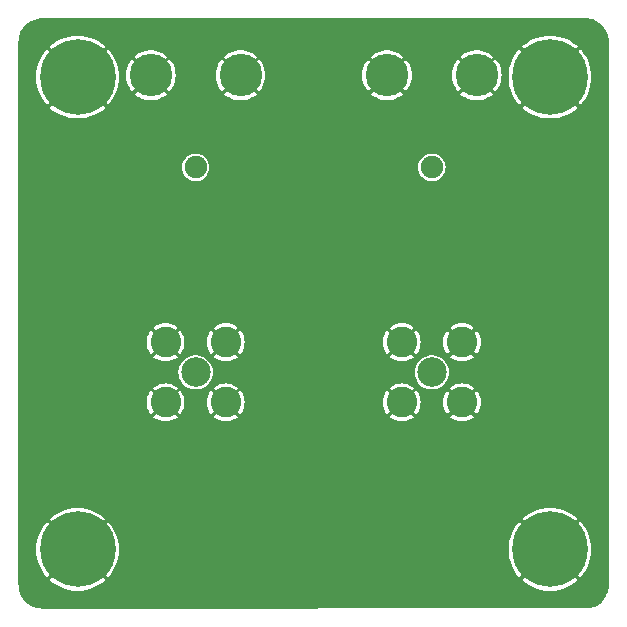
<source format=gbl>
%TF.GenerationSoftware,KiCad,Pcbnew,7.0.10-7.0.10~ubuntu22.04.1*%
%TF.CreationDate,2024-01-03T18:20:11-08:00*%
%TF.ProjectId,YamhillBNCAntennaBoard,59616d68-696c-46c4-924e-43416e74656e,A*%
%TF.SameCoordinates,Original*%
%TF.FileFunction,Copper,L2,Bot*%
%TF.FilePolarity,Positive*%
%FSLAX46Y46*%
G04 Gerber Fmt 4.6, Leading zero omitted, Abs format (unit mm)*
G04 Created by KiCad (PCBNEW 7.0.10-7.0.10~ubuntu22.04.1) date 2024-01-03 18:20:11*
%MOMM*%
%LPD*%
G01*
G04 APERTURE LIST*
%TA.AperFunction,ComponentPad*%
%ADD10C,0.800000*%
%TD*%
%TA.AperFunction,ComponentPad*%
%ADD11C,6.400000*%
%TD*%
%TA.AperFunction,ComponentPad*%
%ADD12C,2.500000*%
%TD*%
%TA.AperFunction,ComponentPad*%
%ADD13C,2.600000*%
%TD*%
%TA.AperFunction,ComponentPad*%
%ADD14C,1.900000*%
%TD*%
%TA.AperFunction,ComponentPad*%
%ADD15C,3.600000*%
%TD*%
%TA.AperFunction,ViaPad*%
%ADD16C,0.600000*%
%TD*%
G04 APERTURE END LIST*
D10*
%TO.P,H1,1,1*%
%TO.N,GND*%
X102600000Y-55000000D03*
X103302944Y-53302944D03*
X103302944Y-56697056D03*
X105000000Y-52600000D03*
D11*
X105000000Y-55000000D03*
D10*
X105000000Y-57400000D03*
X106697056Y-53302944D03*
X106697056Y-56697056D03*
X107400000Y-55000000D03*
%TD*%
D12*
%TO.P,J1,1,In*%
%TO.N,Net-(J1-In)*%
X115000000Y-80000000D03*
D13*
%TO.P,J1,2,Ext*%
%TO.N,GND*%
X112450000Y-77450000D03*
X112450000Y-82550000D03*
X117550000Y-77450000D03*
X117550000Y-82550000D03*
%TD*%
D10*
%TO.P,H4,1,1*%
%TO.N,GND*%
X142600000Y-55000000D03*
X143302944Y-53302944D03*
X143302944Y-56697056D03*
X145000000Y-52600000D03*
D11*
X145000000Y-55000000D03*
D10*
X145000000Y-57400000D03*
X146697056Y-53302944D03*
X146697056Y-56697056D03*
X147400000Y-55000000D03*
%TD*%
%TO.P,H3,1,1*%
%TO.N,GND*%
X142600000Y-95000000D03*
X143302944Y-93302944D03*
X143302944Y-96697056D03*
X145000000Y-92600000D03*
D11*
X145000000Y-95000000D03*
D10*
X145000000Y-97400000D03*
X146697056Y-93302944D03*
X146697056Y-96697056D03*
X147400000Y-95000000D03*
%TD*%
%TO.P,H2,1,1*%
%TO.N,GND*%
X102600000Y-95000000D03*
X103302944Y-93302944D03*
X103302944Y-96697056D03*
X105000000Y-92600000D03*
D11*
X105000000Y-95000000D03*
D10*
X105000000Y-97400000D03*
X106697056Y-93302944D03*
X106697056Y-96697056D03*
X107400000Y-95000000D03*
%TD*%
D14*
%TO.P,J3,1,In*%
%TO.N,Net-(J1-In)*%
X115000000Y-62650000D03*
D15*
%TO.P,J3,2,Ext*%
%TO.N,GND*%
X118800000Y-54850000D03*
X111200000Y-54850000D03*
%TD*%
D14*
%TO.P,J4,1,In*%
%TO.N,Net-(J2-In)*%
X135000000Y-62650000D03*
D15*
%TO.P,J4,2,Ext*%
%TO.N,GND*%
X138800000Y-54850000D03*
X131200000Y-54850000D03*
%TD*%
D12*
%TO.P,J2,1,In*%
%TO.N,Net-(J2-In)*%
X135000000Y-80000000D03*
D13*
%TO.P,J2,2,Ext*%
%TO.N,GND*%
X132450000Y-77450000D03*
X132450000Y-82550000D03*
X137550000Y-77450000D03*
X137550000Y-82550000D03*
%TD*%
D16*
%TO.N,GND*%
X122000000Y-99000000D03*
X142000000Y-99000000D03*
X149000000Y-87000000D03*
X147000000Y-51000000D03*
X101000000Y-87000000D03*
X149000000Y-77000000D03*
X101000000Y-72000000D03*
X122000000Y-51000000D03*
X112000000Y-99000000D03*
X142000000Y-51000000D03*
X127000000Y-51000000D03*
X149000000Y-67000000D03*
X149000000Y-97000000D03*
X149000000Y-52000000D03*
X149000000Y-82000000D03*
X101000000Y-57000000D03*
X101000000Y-52000000D03*
X107000000Y-99000000D03*
X132000000Y-51000000D03*
X117000000Y-51000000D03*
X127000000Y-99000000D03*
X102000000Y-51000000D03*
X149000000Y-72000000D03*
X137000000Y-99000000D03*
X101000000Y-62000000D03*
X101000000Y-67000000D03*
X112000000Y-51000000D03*
X107000000Y-51000000D03*
X149000000Y-62000000D03*
X149000000Y-57000000D03*
X137000000Y-51000000D03*
X101000000Y-82000000D03*
X149000000Y-92000000D03*
X132000000Y-99000000D03*
X101000000Y-97000000D03*
X102000000Y-99000000D03*
X147000000Y-99000000D03*
X101000000Y-92000000D03*
X101000000Y-77000000D03*
X117000000Y-99000000D03*
%TD*%
%TA.AperFunction,Conductor*%
%TO.N,GND*%
G36*
X106661385Y-96449253D02*
G01*
X106599511Y-96461561D01*
X106516816Y-96516816D01*
X106461561Y-96599511D01*
X106449253Y-96661385D01*
X106020456Y-96232588D01*
X106134870Y-96134870D01*
X106232588Y-96020456D01*
X106661385Y-96449253D01*
G37*
%TD.AperFunction*%
%TA.AperFunction,Conductor*%
G36*
X103865130Y-96134870D02*
G01*
X103979543Y-96232587D01*
X103550746Y-96661384D01*
X103538439Y-96599511D01*
X103483184Y-96516816D01*
X103400489Y-96461561D01*
X103338613Y-96449253D01*
X103767411Y-96020455D01*
X103865130Y-96134870D01*
G37*
%TD.AperFunction*%
%TA.AperFunction,Conductor*%
G36*
X103979544Y-93767411D02*
G01*
X103865130Y-93865130D01*
X103767411Y-93979544D01*
X103338613Y-93550746D01*
X103400489Y-93538439D01*
X103483184Y-93483184D01*
X103538439Y-93400489D01*
X103550746Y-93338613D01*
X103979544Y-93767411D01*
G37*
%TD.AperFunction*%
%TA.AperFunction,Conductor*%
G36*
X106461561Y-93400489D02*
G01*
X106516816Y-93483184D01*
X106599511Y-93538439D01*
X106661384Y-93550746D01*
X106232587Y-93979543D01*
X106134870Y-93865130D01*
X106020455Y-93767411D01*
X106449253Y-93338613D01*
X106461561Y-93400489D01*
G37*
%TD.AperFunction*%
%TA.AperFunction,Conductor*%
G36*
X146661385Y-96449253D02*
G01*
X146599511Y-96461561D01*
X146516816Y-96516816D01*
X146461561Y-96599511D01*
X146449253Y-96661385D01*
X146020456Y-96232588D01*
X146134870Y-96134870D01*
X146232588Y-96020456D01*
X146661385Y-96449253D01*
G37*
%TD.AperFunction*%
%TA.AperFunction,Conductor*%
G36*
X143865130Y-96134870D02*
G01*
X143979543Y-96232587D01*
X143550746Y-96661384D01*
X143538439Y-96599511D01*
X143483184Y-96516816D01*
X143400489Y-96461561D01*
X143338613Y-96449253D01*
X143767411Y-96020455D01*
X143865130Y-96134870D01*
G37*
%TD.AperFunction*%
%TA.AperFunction,Conductor*%
G36*
X143979544Y-93767411D02*
G01*
X143865130Y-93865130D01*
X143767411Y-93979544D01*
X143338613Y-93550746D01*
X143400489Y-93538439D01*
X143483184Y-93483184D01*
X143538439Y-93400489D01*
X143550746Y-93338613D01*
X143979544Y-93767411D01*
G37*
%TD.AperFunction*%
%TA.AperFunction,Conductor*%
G36*
X146461561Y-93400489D02*
G01*
X146516816Y-93483184D01*
X146599511Y-93538439D01*
X146661384Y-93550746D01*
X146232587Y-93979543D01*
X146134870Y-93865130D01*
X146020455Y-93767411D01*
X146449253Y-93338613D01*
X146461561Y-93400489D01*
G37*
%TD.AperFunction*%
%TA.AperFunction,Conductor*%
G36*
X106661385Y-56449253D02*
G01*
X106599511Y-56461561D01*
X106516816Y-56516816D01*
X106461561Y-56599511D01*
X106449253Y-56661385D01*
X106020456Y-56232588D01*
X106134870Y-56134870D01*
X106232588Y-56020456D01*
X106661385Y-56449253D01*
G37*
%TD.AperFunction*%
%TA.AperFunction,Conductor*%
G36*
X103865130Y-56134870D02*
G01*
X103979543Y-56232587D01*
X103550746Y-56661384D01*
X103538439Y-56599511D01*
X103483184Y-56516816D01*
X103400489Y-56461561D01*
X103338613Y-56449253D01*
X103767411Y-56020455D01*
X103865130Y-56134870D01*
G37*
%TD.AperFunction*%
%TA.AperFunction,Conductor*%
G36*
X103979544Y-53767411D02*
G01*
X103865130Y-53865130D01*
X103767411Y-53979544D01*
X103338613Y-53550746D01*
X103400489Y-53538439D01*
X103483184Y-53483184D01*
X103538439Y-53400489D01*
X103550746Y-53338613D01*
X103979544Y-53767411D01*
G37*
%TD.AperFunction*%
%TA.AperFunction,Conductor*%
G36*
X106461561Y-53400489D02*
G01*
X106516816Y-53483184D01*
X106599511Y-53538439D01*
X106661384Y-53550746D01*
X106232587Y-53979543D01*
X106134870Y-53865130D01*
X106020455Y-53767411D01*
X106449253Y-53338613D01*
X106461561Y-53400489D01*
G37*
%TD.AperFunction*%
%TA.AperFunction,Conductor*%
G36*
X146661385Y-56449253D02*
G01*
X146599511Y-56461561D01*
X146516816Y-56516816D01*
X146461561Y-56599511D01*
X146449253Y-56661385D01*
X146020456Y-56232588D01*
X146134870Y-56134870D01*
X146232588Y-56020456D01*
X146661385Y-56449253D01*
G37*
%TD.AperFunction*%
%TA.AperFunction,Conductor*%
G36*
X143865130Y-56134870D02*
G01*
X143979543Y-56232587D01*
X143550746Y-56661384D01*
X143538439Y-56599511D01*
X143483184Y-56516816D01*
X143400489Y-56461561D01*
X143338613Y-56449253D01*
X143767411Y-56020455D01*
X143865130Y-56134870D01*
G37*
%TD.AperFunction*%
%TA.AperFunction,Conductor*%
G36*
X143979544Y-53767411D02*
G01*
X143865130Y-53865130D01*
X143767411Y-53979544D01*
X143338613Y-53550746D01*
X143400489Y-53538439D01*
X143483184Y-53483184D01*
X143538439Y-53400489D01*
X143550746Y-53338613D01*
X143979544Y-53767411D01*
G37*
%TD.AperFunction*%
%TA.AperFunction,Conductor*%
G36*
X146461561Y-53400489D02*
G01*
X146516816Y-53483184D01*
X146599511Y-53538439D01*
X146661384Y-53550746D01*
X146232587Y-53979543D01*
X146134870Y-53865130D01*
X146020455Y-53767411D01*
X146449253Y-53338613D01*
X146461561Y-53400489D01*
G37*
%TD.AperFunction*%
%TA.AperFunction,Conductor*%
G36*
X124666055Y-50000948D02*
G01*
X124887981Y-50001067D01*
X124888183Y-50001067D01*
X124888222Y-50001081D01*
X124888223Y-50001068D01*
X136272024Y-50013226D01*
X148177832Y-50025943D01*
X148185686Y-50026370D01*
X148430663Y-50052841D01*
X148443547Y-50055409D01*
X148681984Y-50125420D01*
X148686985Y-50127085D01*
X148694671Y-50129952D01*
X148699540Y-50131968D01*
X148951239Y-50246914D01*
X148960503Y-50251973D01*
X149191047Y-50400134D01*
X149199500Y-50406462D01*
X149406610Y-50585924D01*
X149414075Y-50593389D01*
X149593537Y-50800499D01*
X149599865Y-50808952D01*
X149748026Y-51039496D01*
X149753086Y-51048762D01*
X149868031Y-51300457D01*
X149870052Y-51305337D01*
X149874513Y-51317297D01*
X149876181Y-51322310D01*
X149943606Y-51551939D01*
X149946180Y-51564880D01*
X149971523Y-51800717D01*
X149971947Y-51808632D01*
X149966958Y-98226211D01*
X149966534Y-98234117D01*
X149943675Y-98446643D01*
X149941102Y-98459577D01*
X149880306Y-98666630D01*
X149878637Y-98671643D01*
X149870048Y-98694670D01*
X149868027Y-98699550D01*
X149753086Y-98951237D01*
X149748026Y-98960503D01*
X149599865Y-99191047D01*
X149593537Y-99199500D01*
X149414075Y-99406610D01*
X149406610Y-99414075D01*
X149199500Y-99593537D01*
X149191047Y-99599865D01*
X148960503Y-99748026D01*
X148951237Y-99753086D01*
X148699542Y-99868031D01*
X148694661Y-99870052D01*
X148673641Y-99877892D01*
X148668648Y-99879554D01*
X148457480Y-99941558D01*
X148444571Y-99944128D01*
X148227805Y-99967505D01*
X148219920Y-99967932D01*
X102116357Y-99998592D01*
X102113691Y-99998546D01*
X101852439Y-99989302D01*
X101844525Y-99988595D01*
X101587590Y-99951653D01*
X101582391Y-99950715D01*
X101580668Y-99950340D01*
X101578542Y-99949877D01*
X101573430Y-99948572D01*
X101307930Y-99870614D01*
X101298038Y-99866925D01*
X101048763Y-99753086D01*
X101039496Y-99748026D01*
X100808952Y-99599865D01*
X100800499Y-99593537D01*
X100593389Y-99414075D01*
X100585924Y-99406610D01*
X100406462Y-99199500D01*
X100400134Y-99191047D01*
X100251973Y-98960503D01*
X100246913Y-98951236D01*
X100133074Y-98701961D01*
X100129385Y-98692069D01*
X100052175Y-98429116D01*
X100049930Y-98418799D01*
X100037632Y-98333264D01*
X100010742Y-98146234D01*
X100010037Y-98138350D01*
X100000547Y-97872635D01*
X100000500Y-97869994D01*
X100000500Y-95000000D01*
X101495197Y-95000000D01*
X101514397Y-95366355D01*
X101514397Y-95366356D01*
X101571783Y-95728683D01*
X101666735Y-96083046D01*
X101798201Y-96425527D01*
X101798205Y-96425538D01*
X101964746Y-96752393D01*
X102164556Y-97060073D01*
X102395426Y-97345173D01*
X102419060Y-97368807D01*
X103055141Y-96732725D01*
X103067449Y-96794601D01*
X103122704Y-96877296D01*
X103205399Y-96932551D01*
X103267272Y-96944858D01*
X102631192Y-97580939D01*
X102654826Y-97604573D01*
X102939926Y-97835443D01*
X103247606Y-98035253D01*
X103574461Y-98201794D01*
X103574472Y-98201798D01*
X103916953Y-98333264D01*
X104271316Y-98428216D01*
X104633643Y-98485602D01*
X105000000Y-98504802D01*
X105366355Y-98485602D01*
X105366356Y-98485602D01*
X105728683Y-98428216D01*
X106083046Y-98333264D01*
X106425527Y-98201798D01*
X106425538Y-98201794D01*
X106752393Y-98035253D01*
X107060073Y-97835443D01*
X107345173Y-97604573D01*
X107368806Y-97580938D01*
X106732726Y-96944858D01*
X106794601Y-96932551D01*
X106877296Y-96877296D01*
X106932551Y-96794601D01*
X106944858Y-96732726D01*
X107580938Y-97368806D01*
X107604573Y-97345173D01*
X107835443Y-97060073D01*
X108035253Y-96752393D01*
X108201794Y-96425538D01*
X108201798Y-96425527D01*
X108333264Y-96083046D01*
X108428216Y-95728683D01*
X108485602Y-95366356D01*
X108485602Y-95366355D01*
X108504802Y-95000000D01*
X141495197Y-95000000D01*
X141514397Y-95366355D01*
X141514397Y-95366356D01*
X141571783Y-95728683D01*
X141666735Y-96083046D01*
X141798201Y-96425527D01*
X141798205Y-96425538D01*
X141964746Y-96752393D01*
X142164556Y-97060073D01*
X142395426Y-97345173D01*
X142419060Y-97368807D01*
X143055141Y-96732725D01*
X143067449Y-96794601D01*
X143122704Y-96877296D01*
X143205399Y-96932551D01*
X143267272Y-96944858D01*
X142631192Y-97580939D01*
X142654826Y-97604573D01*
X142939926Y-97835443D01*
X143247606Y-98035253D01*
X143574461Y-98201794D01*
X143574472Y-98201798D01*
X143916953Y-98333264D01*
X144271316Y-98428216D01*
X144633643Y-98485602D01*
X145000000Y-98504802D01*
X145366355Y-98485602D01*
X145366356Y-98485602D01*
X145728683Y-98428216D01*
X146083046Y-98333264D01*
X146425527Y-98201798D01*
X146425538Y-98201794D01*
X146752393Y-98035253D01*
X147060073Y-97835443D01*
X147345173Y-97604573D01*
X147368806Y-97580938D01*
X146732726Y-96944858D01*
X146794601Y-96932551D01*
X146877296Y-96877296D01*
X146932551Y-96794601D01*
X146944858Y-96732726D01*
X147580938Y-97368806D01*
X147604573Y-97345173D01*
X147835443Y-97060073D01*
X148035253Y-96752393D01*
X148201794Y-96425538D01*
X148201798Y-96425527D01*
X148333264Y-96083046D01*
X148428216Y-95728683D01*
X148485602Y-95366356D01*
X148485602Y-95366355D01*
X148504802Y-95000000D01*
X148485602Y-94633644D01*
X148485602Y-94633643D01*
X148428216Y-94271316D01*
X148333264Y-93916953D01*
X148201794Y-93574461D01*
X148201791Y-93574456D01*
X148035253Y-93247607D01*
X147835443Y-92939926D01*
X147604573Y-92654826D01*
X147580939Y-92631192D01*
X146944858Y-93267272D01*
X146932551Y-93205399D01*
X146877296Y-93122704D01*
X146794601Y-93067449D01*
X146732725Y-93055141D01*
X147368807Y-92419060D01*
X147345173Y-92395426D01*
X147060073Y-92164556D01*
X146752393Y-91964746D01*
X146425538Y-91798205D01*
X146425527Y-91798201D01*
X146083046Y-91666735D01*
X145728683Y-91571783D01*
X145366356Y-91514397D01*
X145000000Y-91495197D01*
X144633644Y-91514397D01*
X144633643Y-91514397D01*
X144271316Y-91571783D01*
X143916953Y-91666735D01*
X143574461Y-91798205D01*
X143574456Y-91798208D01*
X143247607Y-91964746D01*
X142939926Y-92164556D01*
X142654827Y-92395425D01*
X142631192Y-92419059D01*
X143267274Y-93055141D01*
X143205399Y-93067449D01*
X143122704Y-93122704D01*
X143067449Y-93205399D01*
X143055141Y-93267274D01*
X142419059Y-92631192D01*
X142395425Y-92654827D01*
X142164556Y-92939926D01*
X141964746Y-93247607D01*
X141798208Y-93574456D01*
X141798205Y-93574461D01*
X141666735Y-93916953D01*
X141571783Y-94271316D01*
X141514397Y-94633643D01*
X141514397Y-94633644D01*
X141495197Y-95000000D01*
X108504802Y-95000000D01*
X108485602Y-94633644D01*
X108485602Y-94633643D01*
X108428216Y-94271316D01*
X108333264Y-93916953D01*
X108201794Y-93574461D01*
X108201791Y-93574456D01*
X108035253Y-93247607D01*
X107835443Y-92939926D01*
X107604573Y-92654826D01*
X107580939Y-92631192D01*
X106944858Y-93267272D01*
X106932551Y-93205399D01*
X106877296Y-93122704D01*
X106794601Y-93067449D01*
X106732725Y-93055141D01*
X107368807Y-92419060D01*
X107345173Y-92395426D01*
X107060073Y-92164556D01*
X106752393Y-91964746D01*
X106425538Y-91798205D01*
X106425527Y-91798201D01*
X106083046Y-91666735D01*
X105728683Y-91571783D01*
X105366356Y-91514397D01*
X105000000Y-91495197D01*
X104633644Y-91514397D01*
X104633643Y-91514397D01*
X104271316Y-91571783D01*
X103916953Y-91666735D01*
X103574461Y-91798205D01*
X103574456Y-91798208D01*
X103247607Y-91964746D01*
X102939926Y-92164556D01*
X102654827Y-92395425D01*
X102631192Y-92419059D01*
X103267274Y-93055141D01*
X103205399Y-93067449D01*
X103122704Y-93122704D01*
X103067449Y-93205399D01*
X103055141Y-93267274D01*
X102419059Y-92631192D01*
X102395425Y-92654827D01*
X102164556Y-92939926D01*
X101964746Y-93247607D01*
X101798208Y-93574456D01*
X101798205Y-93574461D01*
X101666735Y-93916953D01*
X101571783Y-94271316D01*
X101514397Y-94633643D01*
X101514397Y-94633644D01*
X101495197Y-95000000D01*
X100000500Y-95000000D01*
X100000500Y-82550000D01*
X110845052Y-82550000D01*
X110864811Y-82801069D01*
X110923602Y-83045952D01*
X111019982Y-83278633D01*
X111019986Y-83278640D01*
X111151569Y-83493364D01*
X111151572Y-83493369D01*
X111217410Y-83570455D01*
X111217411Y-83570455D01*
X111787908Y-82999957D01*
X111820577Y-83051948D01*
X111948052Y-83179423D01*
X112000041Y-83212090D01*
X111429543Y-83782588D01*
X111506636Y-83848430D01*
X111506637Y-83848431D01*
X111721359Y-83980013D01*
X111721366Y-83980017D01*
X111954047Y-84076397D01*
X112198930Y-84135188D01*
X112198929Y-84135188D01*
X112450000Y-84154947D01*
X112701069Y-84135188D01*
X112945952Y-84076397D01*
X113178633Y-83980017D01*
X113178640Y-83980013D01*
X113393362Y-83848431D01*
X113393363Y-83848430D01*
X113470455Y-83782588D01*
X113470455Y-83782587D01*
X112899958Y-83212090D01*
X112951948Y-83179423D01*
X113079423Y-83051948D01*
X113112090Y-82999958D01*
X113682587Y-83570455D01*
X113682588Y-83570455D01*
X113748430Y-83493363D01*
X113748431Y-83493362D01*
X113880013Y-83278640D01*
X113880017Y-83278633D01*
X113976397Y-83045952D01*
X114035188Y-82801069D01*
X114054947Y-82550000D01*
X115945052Y-82550000D01*
X115964811Y-82801069D01*
X116023602Y-83045952D01*
X116119982Y-83278633D01*
X116119986Y-83278640D01*
X116251569Y-83493364D01*
X116251572Y-83493369D01*
X116317410Y-83570455D01*
X116317411Y-83570455D01*
X116887908Y-82999957D01*
X116920577Y-83051948D01*
X117048052Y-83179423D01*
X117100041Y-83212090D01*
X116529543Y-83782588D01*
X116606636Y-83848430D01*
X116606637Y-83848431D01*
X116821359Y-83980013D01*
X116821366Y-83980017D01*
X117054047Y-84076397D01*
X117298930Y-84135188D01*
X117298929Y-84135188D01*
X117550000Y-84154947D01*
X117801069Y-84135188D01*
X118045952Y-84076397D01*
X118278633Y-83980017D01*
X118278640Y-83980013D01*
X118493362Y-83848431D01*
X118493363Y-83848430D01*
X118570455Y-83782588D01*
X118570455Y-83782587D01*
X117999958Y-83212090D01*
X118051948Y-83179423D01*
X118179423Y-83051948D01*
X118212090Y-82999958D01*
X118782587Y-83570455D01*
X118782588Y-83570455D01*
X118848430Y-83493363D01*
X118848431Y-83493362D01*
X118980013Y-83278640D01*
X118980017Y-83278633D01*
X119076397Y-83045952D01*
X119135188Y-82801069D01*
X119154947Y-82550000D01*
X130845052Y-82550000D01*
X130864811Y-82801069D01*
X130923602Y-83045952D01*
X131019982Y-83278633D01*
X131019986Y-83278640D01*
X131151569Y-83493364D01*
X131151572Y-83493369D01*
X131217410Y-83570455D01*
X131217411Y-83570455D01*
X131787908Y-82999957D01*
X131820577Y-83051948D01*
X131948052Y-83179423D01*
X132000041Y-83212089D01*
X131429542Y-83782588D01*
X131506636Y-83848430D01*
X131506637Y-83848431D01*
X131721359Y-83980013D01*
X131721366Y-83980017D01*
X131954047Y-84076397D01*
X132198930Y-84135188D01*
X132198929Y-84135188D01*
X132450000Y-84154947D01*
X132701069Y-84135188D01*
X132945952Y-84076397D01*
X133178633Y-83980017D01*
X133178640Y-83980013D01*
X133393362Y-83848431D01*
X133393363Y-83848430D01*
X133470455Y-83782588D01*
X133470455Y-83782587D01*
X132899958Y-83212090D01*
X132951948Y-83179423D01*
X133079423Y-83051948D01*
X133112090Y-82999958D01*
X133682587Y-83570455D01*
X133682588Y-83570455D01*
X133748430Y-83493363D01*
X133748431Y-83493362D01*
X133880013Y-83278640D01*
X133880017Y-83278633D01*
X133976397Y-83045952D01*
X134035188Y-82801069D01*
X134054947Y-82550000D01*
X135945052Y-82550000D01*
X135964811Y-82801069D01*
X136023602Y-83045952D01*
X136119982Y-83278633D01*
X136119986Y-83278640D01*
X136251569Y-83493364D01*
X136251572Y-83493369D01*
X136317410Y-83570455D01*
X136317411Y-83570455D01*
X136887908Y-82999957D01*
X136920577Y-83051948D01*
X137048052Y-83179423D01*
X137100041Y-83212090D01*
X136529543Y-83782588D01*
X136606636Y-83848430D01*
X136606637Y-83848431D01*
X136821359Y-83980013D01*
X136821366Y-83980017D01*
X137054047Y-84076397D01*
X137298930Y-84135188D01*
X137298929Y-84135188D01*
X137550000Y-84154947D01*
X137801069Y-84135188D01*
X138045952Y-84076397D01*
X138278633Y-83980017D01*
X138278640Y-83980013D01*
X138493362Y-83848431D01*
X138493363Y-83848430D01*
X138570455Y-83782588D01*
X138570455Y-83782587D01*
X137999958Y-83212090D01*
X138051948Y-83179423D01*
X138179423Y-83051948D01*
X138212090Y-82999958D01*
X138782587Y-83570455D01*
X138782588Y-83570455D01*
X138848430Y-83493363D01*
X138848431Y-83493362D01*
X138980013Y-83278640D01*
X138980017Y-83278633D01*
X139076397Y-83045952D01*
X139135188Y-82801069D01*
X139154947Y-82550000D01*
X139135188Y-82298930D01*
X139076397Y-82054047D01*
X138980017Y-81821366D01*
X138980013Y-81821359D01*
X138848431Y-81606637D01*
X138848430Y-81606636D01*
X138782588Y-81529543D01*
X138212089Y-82100041D01*
X138179423Y-82048052D01*
X138051948Y-81920577D01*
X137999957Y-81887908D01*
X138570455Y-81317411D01*
X138570455Y-81317410D01*
X138493369Y-81251572D01*
X138493364Y-81251569D01*
X138278640Y-81119986D01*
X138278633Y-81119982D01*
X138045952Y-81023602D01*
X137801069Y-80964811D01*
X137801070Y-80964811D01*
X137550000Y-80945052D01*
X137298930Y-80964811D01*
X137054047Y-81023602D01*
X136821366Y-81119982D01*
X136821359Y-81119986D01*
X136606635Y-81251569D01*
X136606630Y-81251572D01*
X136529543Y-81317410D01*
X136529543Y-81317411D01*
X137100041Y-81887909D01*
X137048052Y-81920577D01*
X136920577Y-82048052D01*
X136887909Y-82100041D01*
X136317411Y-81529543D01*
X136317410Y-81529543D01*
X136251572Y-81606630D01*
X136251569Y-81606635D01*
X136119986Y-81821359D01*
X136119982Y-81821366D01*
X136023602Y-82054047D01*
X135964811Y-82298930D01*
X135945052Y-82550000D01*
X134054947Y-82550000D01*
X134035188Y-82298930D01*
X133976397Y-82054047D01*
X133880017Y-81821366D01*
X133880013Y-81821359D01*
X133748431Y-81606637D01*
X133748430Y-81606636D01*
X133682588Y-81529543D01*
X133112089Y-82100041D01*
X133079423Y-82048052D01*
X132951948Y-81920577D01*
X132899957Y-81887908D01*
X133470455Y-81317411D01*
X133470455Y-81317410D01*
X133393369Y-81251572D01*
X133393364Y-81251569D01*
X133178640Y-81119986D01*
X133178633Y-81119982D01*
X132945952Y-81023602D01*
X132701069Y-80964811D01*
X132701070Y-80964811D01*
X132450000Y-80945052D01*
X132198930Y-80964811D01*
X131954047Y-81023602D01*
X131721366Y-81119982D01*
X131721359Y-81119986D01*
X131506635Y-81251569D01*
X131506630Y-81251572D01*
X131429543Y-81317410D01*
X131429543Y-81317411D01*
X132000041Y-81887909D01*
X131948052Y-81920577D01*
X131820577Y-82048052D01*
X131787909Y-82100041D01*
X131217411Y-81529543D01*
X131217410Y-81529543D01*
X131151572Y-81606630D01*
X131151569Y-81606635D01*
X131019986Y-81821359D01*
X131019982Y-81821366D01*
X130923602Y-82054047D01*
X130864811Y-82298930D01*
X130845052Y-82550000D01*
X119154947Y-82550000D01*
X119135188Y-82298930D01*
X119076397Y-82054047D01*
X118980017Y-81821366D01*
X118980013Y-81821359D01*
X118848431Y-81606637D01*
X118848430Y-81606636D01*
X118782588Y-81529543D01*
X118212089Y-82100041D01*
X118179423Y-82048052D01*
X118051948Y-81920577D01*
X117999957Y-81887908D01*
X118570455Y-81317411D01*
X118570455Y-81317410D01*
X118493369Y-81251572D01*
X118493364Y-81251569D01*
X118278640Y-81119986D01*
X118278633Y-81119982D01*
X118045952Y-81023602D01*
X117801069Y-80964811D01*
X117801070Y-80964811D01*
X117550000Y-80945052D01*
X117298930Y-80964811D01*
X117054047Y-81023602D01*
X116821366Y-81119982D01*
X116821359Y-81119986D01*
X116606635Y-81251569D01*
X116606630Y-81251572D01*
X116529543Y-81317410D01*
X116529543Y-81317411D01*
X117100041Y-81887909D01*
X117048052Y-81920577D01*
X116920577Y-82048052D01*
X116887909Y-82100041D01*
X116317411Y-81529543D01*
X116317410Y-81529543D01*
X116251572Y-81606630D01*
X116251569Y-81606635D01*
X116119986Y-81821359D01*
X116119982Y-81821366D01*
X116023602Y-82054047D01*
X115964811Y-82298930D01*
X115945052Y-82550000D01*
X114054947Y-82550000D01*
X114035188Y-82298930D01*
X113976397Y-82054047D01*
X113880017Y-81821366D01*
X113880013Y-81821359D01*
X113748431Y-81606637D01*
X113748430Y-81606636D01*
X113682588Y-81529543D01*
X113112089Y-82100041D01*
X113079423Y-82048052D01*
X112951948Y-81920577D01*
X112899957Y-81887908D01*
X113470455Y-81317411D01*
X113470455Y-81317410D01*
X113393369Y-81251572D01*
X113393364Y-81251569D01*
X113178640Y-81119986D01*
X113178633Y-81119982D01*
X112945952Y-81023602D01*
X112701069Y-80964811D01*
X112701070Y-80964811D01*
X112450000Y-80945052D01*
X112198930Y-80964811D01*
X111954047Y-81023602D01*
X111721366Y-81119982D01*
X111721359Y-81119986D01*
X111506635Y-81251569D01*
X111506630Y-81251572D01*
X111429543Y-81317410D01*
X111429543Y-81317411D01*
X112000041Y-81887909D01*
X111948052Y-81920577D01*
X111820577Y-82048052D01*
X111787909Y-82100041D01*
X111217411Y-81529543D01*
X111217410Y-81529543D01*
X111151572Y-81606630D01*
X111151569Y-81606635D01*
X111019986Y-81821359D01*
X111019982Y-81821366D01*
X110923602Y-82054047D01*
X110864811Y-82298930D01*
X110845052Y-82550000D01*
X100000500Y-82550000D01*
X100000500Y-80000003D01*
X113544529Y-80000003D01*
X113564378Y-80239556D01*
X113564378Y-80239557D01*
X113623392Y-80472597D01*
X113719951Y-80692728D01*
X113851429Y-80893969D01*
X114014236Y-81070825D01*
X114203933Y-81218472D01*
X114415344Y-81332882D01*
X114642703Y-81410934D01*
X114879808Y-81450500D01*
X115120192Y-81450500D01*
X115357297Y-81410934D01*
X115584656Y-81332882D01*
X115796067Y-81218472D01*
X115985764Y-81070825D01*
X116148571Y-80893969D01*
X116280049Y-80692728D01*
X116376610Y-80472591D01*
X116435620Y-80239563D01*
X116435620Y-80239559D01*
X116435621Y-80239557D01*
X116435621Y-80239556D01*
X116455471Y-80000003D01*
X133544529Y-80000003D01*
X133564378Y-80239556D01*
X133564378Y-80239557D01*
X133623392Y-80472597D01*
X133719951Y-80692728D01*
X133851429Y-80893969D01*
X134014236Y-81070825D01*
X134203933Y-81218472D01*
X134415344Y-81332882D01*
X134642703Y-81410934D01*
X134879808Y-81450500D01*
X135120192Y-81450500D01*
X135357297Y-81410934D01*
X135584656Y-81332882D01*
X135796067Y-81218472D01*
X135985764Y-81070825D01*
X136148571Y-80893969D01*
X136280049Y-80692728D01*
X136376610Y-80472591D01*
X136435620Y-80239563D01*
X136435620Y-80239559D01*
X136435621Y-80239557D01*
X136435621Y-80239556D01*
X136455471Y-80000003D01*
X136455471Y-79999996D01*
X136435621Y-79760443D01*
X136435621Y-79760442D01*
X136435620Y-79760437D01*
X136376610Y-79527409D01*
X136280049Y-79307272D01*
X136148571Y-79106031D01*
X135985764Y-78929175D01*
X135796067Y-78781528D01*
X135707715Y-78733714D01*
X135584655Y-78667117D01*
X135357295Y-78589065D01*
X135120194Y-78549500D01*
X135120192Y-78549500D01*
X134879808Y-78549500D01*
X134879805Y-78549500D01*
X134642704Y-78589065D01*
X134415344Y-78667117D01*
X134203940Y-78781524D01*
X134203928Y-78781531D01*
X134014234Y-78929176D01*
X133851427Y-79106033D01*
X133719951Y-79307271D01*
X133623392Y-79527402D01*
X133564378Y-79760442D01*
X133564378Y-79760443D01*
X133544529Y-79999996D01*
X133544529Y-80000003D01*
X116455471Y-80000003D01*
X116455471Y-79999996D01*
X116435621Y-79760443D01*
X116435621Y-79760442D01*
X116435620Y-79760437D01*
X116376610Y-79527409D01*
X116280049Y-79307272D01*
X116148571Y-79106031D01*
X115985764Y-78929175D01*
X115796067Y-78781528D01*
X115707715Y-78733714D01*
X115584655Y-78667117D01*
X115357295Y-78589065D01*
X115120194Y-78549500D01*
X115120192Y-78549500D01*
X114879808Y-78549500D01*
X114879805Y-78549500D01*
X114642704Y-78589065D01*
X114415344Y-78667117D01*
X114203940Y-78781524D01*
X114203928Y-78781531D01*
X114014234Y-78929176D01*
X113851427Y-79106033D01*
X113719951Y-79307271D01*
X113623392Y-79527402D01*
X113564378Y-79760442D01*
X113564378Y-79760443D01*
X113544529Y-79999996D01*
X113544529Y-80000003D01*
X100000500Y-80000003D01*
X100000500Y-77450000D01*
X110845052Y-77450000D01*
X110864811Y-77701069D01*
X110923602Y-77945952D01*
X111019982Y-78178633D01*
X111019986Y-78178640D01*
X111151569Y-78393364D01*
X111151572Y-78393369D01*
X111217410Y-78470455D01*
X111217411Y-78470455D01*
X111787908Y-77899957D01*
X111820577Y-77951948D01*
X111948052Y-78079423D01*
X112000041Y-78112090D01*
X111429543Y-78682588D01*
X111506636Y-78748430D01*
X111506637Y-78748431D01*
X111721359Y-78880013D01*
X111721366Y-78880017D01*
X111954047Y-78976397D01*
X112198930Y-79035188D01*
X112198929Y-79035188D01*
X112450000Y-79054947D01*
X112701069Y-79035188D01*
X112945952Y-78976397D01*
X113178633Y-78880017D01*
X113178640Y-78880013D01*
X113393362Y-78748431D01*
X113393363Y-78748430D01*
X113470455Y-78682588D01*
X113470455Y-78682587D01*
X112899958Y-78112090D01*
X112951948Y-78079423D01*
X113079423Y-77951948D01*
X113112090Y-77899958D01*
X113682587Y-78470455D01*
X113682588Y-78470455D01*
X113748430Y-78393363D01*
X113748431Y-78393362D01*
X113880013Y-78178640D01*
X113880017Y-78178633D01*
X113976397Y-77945952D01*
X114035188Y-77701069D01*
X114054947Y-77450000D01*
X115945052Y-77450000D01*
X115964811Y-77701069D01*
X116023602Y-77945952D01*
X116119982Y-78178633D01*
X116119986Y-78178640D01*
X116251569Y-78393364D01*
X116251572Y-78393369D01*
X116317410Y-78470455D01*
X116317411Y-78470455D01*
X116887908Y-77899957D01*
X116920577Y-77951948D01*
X117048052Y-78079423D01*
X117100041Y-78112090D01*
X116529543Y-78682588D01*
X116606636Y-78748430D01*
X116606637Y-78748431D01*
X116821359Y-78880013D01*
X116821366Y-78880017D01*
X117054047Y-78976397D01*
X117298930Y-79035188D01*
X117298929Y-79035188D01*
X117550000Y-79054947D01*
X117801069Y-79035188D01*
X118045952Y-78976397D01*
X118278633Y-78880017D01*
X118278640Y-78880013D01*
X118493362Y-78748431D01*
X118493363Y-78748430D01*
X118570455Y-78682588D01*
X118570455Y-78682587D01*
X117999958Y-78112090D01*
X118051948Y-78079423D01*
X118179423Y-77951948D01*
X118212090Y-77899958D01*
X118782587Y-78470455D01*
X118782588Y-78470455D01*
X118848430Y-78393363D01*
X118848431Y-78393362D01*
X118980013Y-78178640D01*
X118980017Y-78178633D01*
X119076397Y-77945952D01*
X119135188Y-77701069D01*
X119154947Y-77450000D01*
X130845052Y-77450000D01*
X130864811Y-77701069D01*
X130923602Y-77945952D01*
X131019982Y-78178633D01*
X131019986Y-78178640D01*
X131151569Y-78393364D01*
X131151572Y-78393369D01*
X131217410Y-78470455D01*
X131217411Y-78470455D01*
X131787908Y-77899957D01*
X131820577Y-77951948D01*
X131948052Y-78079423D01*
X132000041Y-78112090D01*
X131429543Y-78682588D01*
X131506636Y-78748430D01*
X131506637Y-78748431D01*
X131721359Y-78880013D01*
X131721366Y-78880017D01*
X131954047Y-78976397D01*
X132198930Y-79035188D01*
X132198929Y-79035188D01*
X132450000Y-79054947D01*
X132701069Y-79035188D01*
X132945952Y-78976397D01*
X133178633Y-78880017D01*
X133178640Y-78880013D01*
X133393362Y-78748431D01*
X133393363Y-78748430D01*
X133470455Y-78682588D01*
X133470455Y-78682587D01*
X132899958Y-78112090D01*
X132951948Y-78079423D01*
X133079423Y-77951948D01*
X133112090Y-77899958D01*
X133682587Y-78470455D01*
X133682588Y-78470455D01*
X133748430Y-78393363D01*
X133748431Y-78393362D01*
X133880013Y-78178640D01*
X133880017Y-78178633D01*
X133976397Y-77945952D01*
X134035188Y-77701069D01*
X134054947Y-77450000D01*
X135945052Y-77450000D01*
X135964811Y-77701069D01*
X136023602Y-77945952D01*
X136119982Y-78178633D01*
X136119986Y-78178640D01*
X136251569Y-78393364D01*
X136251572Y-78393369D01*
X136317410Y-78470455D01*
X136317411Y-78470455D01*
X136887908Y-77899957D01*
X136920577Y-77951948D01*
X137048052Y-78079423D01*
X137100041Y-78112090D01*
X136529543Y-78682588D01*
X136606636Y-78748430D01*
X136606637Y-78748431D01*
X136821359Y-78880013D01*
X136821366Y-78880017D01*
X137054047Y-78976397D01*
X137298930Y-79035188D01*
X137298929Y-79035188D01*
X137550000Y-79054947D01*
X137801069Y-79035188D01*
X138045952Y-78976397D01*
X138278633Y-78880017D01*
X138278640Y-78880013D01*
X138493362Y-78748431D01*
X138493363Y-78748430D01*
X138570455Y-78682588D01*
X138570455Y-78682587D01*
X137999958Y-78112090D01*
X138051948Y-78079423D01*
X138179423Y-77951948D01*
X138212090Y-77899958D01*
X138782587Y-78470455D01*
X138782588Y-78470455D01*
X138848430Y-78393363D01*
X138848431Y-78393362D01*
X138980013Y-78178640D01*
X138980017Y-78178633D01*
X139076397Y-77945952D01*
X139135188Y-77701069D01*
X139154947Y-77450000D01*
X139135188Y-77198930D01*
X139076397Y-76954047D01*
X138980017Y-76721366D01*
X138980013Y-76721359D01*
X138848431Y-76506637D01*
X138848430Y-76506636D01*
X138782588Y-76429543D01*
X138212089Y-77000041D01*
X138179423Y-76948052D01*
X138051948Y-76820577D01*
X137999957Y-76787908D01*
X138570455Y-76217411D01*
X138570455Y-76217410D01*
X138493369Y-76151572D01*
X138493364Y-76151569D01*
X138278640Y-76019986D01*
X138278633Y-76019982D01*
X138045952Y-75923602D01*
X137801069Y-75864811D01*
X137801070Y-75864811D01*
X137550000Y-75845052D01*
X137298930Y-75864811D01*
X137054047Y-75923602D01*
X136821366Y-76019982D01*
X136821359Y-76019986D01*
X136606635Y-76151569D01*
X136606630Y-76151572D01*
X136529543Y-76217410D01*
X136529543Y-76217411D01*
X137100041Y-76787909D01*
X137048052Y-76820577D01*
X136920577Y-76948052D01*
X136887909Y-77000041D01*
X136317411Y-76429543D01*
X136317410Y-76429543D01*
X136251572Y-76506630D01*
X136251569Y-76506635D01*
X136119986Y-76721359D01*
X136119982Y-76721366D01*
X136023602Y-76954047D01*
X135964811Y-77198930D01*
X135945052Y-77450000D01*
X134054947Y-77450000D01*
X134035188Y-77198930D01*
X133976397Y-76954047D01*
X133880017Y-76721366D01*
X133880013Y-76721359D01*
X133748431Y-76506637D01*
X133748430Y-76506636D01*
X133682588Y-76429543D01*
X133112089Y-77000041D01*
X133079423Y-76948052D01*
X132951948Y-76820577D01*
X132899957Y-76787908D01*
X133470455Y-76217411D01*
X133470455Y-76217410D01*
X133393369Y-76151572D01*
X133393364Y-76151569D01*
X133178640Y-76019986D01*
X133178633Y-76019982D01*
X132945952Y-75923602D01*
X132701069Y-75864811D01*
X132701070Y-75864811D01*
X132450000Y-75845052D01*
X132198930Y-75864811D01*
X131954047Y-75923602D01*
X131721366Y-76019982D01*
X131721359Y-76019986D01*
X131506635Y-76151569D01*
X131506630Y-76151572D01*
X131429543Y-76217410D01*
X131429543Y-76217411D01*
X132000041Y-76787909D01*
X131948052Y-76820577D01*
X131820577Y-76948052D01*
X131787909Y-77000041D01*
X131217411Y-76429543D01*
X131217410Y-76429543D01*
X131151572Y-76506630D01*
X131151569Y-76506635D01*
X131019986Y-76721359D01*
X131019982Y-76721366D01*
X130923602Y-76954047D01*
X130864811Y-77198930D01*
X130845052Y-77450000D01*
X119154947Y-77450000D01*
X119135188Y-77198930D01*
X119076397Y-76954047D01*
X118980017Y-76721366D01*
X118980013Y-76721359D01*
X118848431Y-76506637D01*
X118848430Y-76506636D01*
X118782588Y-76429543D01*
X118212089Y-77000041D01*
X118179423Y-76948052D01*
X118051948Y-76820577D01*
X117999957Y-76787908D01*
X118570455Y-76217411D01*
X118570455Y-76217410D01*
X118493369Y-76151572D01*
X118493364Y-76151569D01*
X118278640Y-76019986D01*
X118278633Y-76019982D01*
X118045952Y-75923602D01*
X117801069Y-75864811D01*
X117801070Y-75864811D01*
X117550000Y-75845052D01*
X117298930Y-75864811D01*
X117054047Y-75923602D01*
X116821366Y-76019982D01*
X116821359Y-76019986D01*
X116606635Y-76151569D01*
X116606630Y-76151572D01*
X116529543Y-76217410D01*
X116529543Y-76217411D01*
X117100041Y-76787909D01*
X117048052Y-76820577D01*
X116920577Y-76948052D01*
X116887909Y-77000041D01*
X116317411Y-76429543D01*
X116317410Y-76429543D01*
X116251572Y-76506630D01*
X116251569Y-76506635D01*
X116119986Y-76721359D01*
X116119982Y-76721366D01*
X116023602Y-76954047D01*
X115964811Y-77198930D01*
X115945052Y-77450000D01*
X114054947Y-77450000D01*
X114035188Y-77198930D01*
X113976397Y-76954047D01*
X113880017Y-76721366D01*
X113880013Y-76721359D01*
X113748431Y-76506637D01*
X113748430Y-76506636D01*
X113682588Y-76429543D01*
X113112089Y-77000041D01*
X113079423Y-76948052D01*
X112951948Y-76820577D01*
X112899957Y-76787908D01*
X113470455Y-76217411D01*
X113470455Y-76217410D01*
X113393369Y-76151572D01*
X113393364Y-76151569D01*
X113178640Y-76019986D01*
X113178633Y-76019982D01*
X112945952Y-75923602D01*
X112701069Y-75864811D01*
X112701070Y-75864811D01*
X112450000Y-75845052D01*
X112198930Y-75864811D01*
X111954047Y-75923602D01*
X111721366Y-76019982D01*
X111721359Y-76019986D01*
X111506635Y-76151569D01*
X111506630Y-76151572D01*
X111429543Y-76217410D01*
X111429543Y-76217411D01*
X112000041Y-76787909D01*
X111948052Y-76820577D01*
X111820577Y-76948052D01*
X111787909Y-77000041D01*
X111217411Y-76429543D01*
X111217410Y-76429543D01*
X111151572Y-76506630D01*
X111151569Y-76506635D01*
X111019986Y-76721359D01*
X111019982Y-76721366D01*
X110923602Y-76954047D01*
X110864811Y-77198930D01*
X110845052Y-77450000D01*
X100000500Y-77450000D01*
X100000500Y-62650003D01*
X113844571Y-62650003D01*
X113864242Y-62862303D01*
X113864243Y-62862309D01*
X113922593Y-63067383D01*
X113922596Y-63067393D01*
X114017632Y-63258252D01*
X114017634Y-63258255D01*
X114146128Y-63428407D01*
X114303698Y-63572052D01*
X114484981Y-63684298D01*
X114683802Y-63761321D01*
X114893390Y-63800500D01*
X115106610Y-63800500D01*
X115316198Y-63761321D01*
X115515019Y-63684298D01*
X115696302Y-63572052D01*
X115853872Y-63428407D01*
X115982366Y-63258255D01*
X116077405Y-63067389D01*
X116135756Y-62862310D01*
X116155429Y-62650003D01*
X133844571Y-62650003D01*
X133864242Y-62862303D01*
X133864243Y-62862309D01*
X133922593Y-63067383D01*
X133922596Y-63067393D01*
X134017632Y-63258252D01*
X134017634Y-63258255D01*
X134146128Y-63428407D01*
X134303698Y-63572052D01*
X134484981Y-63684298D01*
X134683802Y-63761321D01*
X134893390Y-63800500D01*
X135106610Y-63800500D01*
X135316198Y-63761321D01*
X135515019Y-63684298D01*
X135696302Y-63572052D01*
X135853872Y-63428407D01*
X135982366Y-63258255D01*
X136077405Y-63067389D01*
X136135756Y-62862310D01*
X136155429Y-62650000D01*
X136135756Y-62437690D01*
X136077405Y-62232611D01*
X135982366Y-62041745D01*
X135853872Y-61871593D01*
X135696302Y-61727948D01*
X135515019Y-61615702D01*
X135316198Y-61538679D01*
X135224150Y-61521472D01*
X135106613Y-61499500D01*
X135106610Y-61499500D01*
X134893390Y-61499500D01*
X134893386Y-61499500D01*
X134736670Y-61528796D01*
X134683802Y-61538679D01*
X134683800Y-61538679D01*
X134683798Y-61538680D01*
X134484986Y-61615700D01*
X134484981Y-61615702D01*
X134484976Y-61615704D01*
X134484976Y-61615705D01*
X134303700Y-61727946D01*
X134146130Y-61871590D01*
X134017636Y-62041741D01*
X134017632Y-62041747D01*
X133922596Y-62232606D01*
X133922593Y-62232616D01*
X133864243Y-62437690D01*
X133864242Y-62437696D01*
X133844571Y-62649996D01*
X133844571Y-62650003D01*
X116155429Y-62650003D01*
X116155429Y-62650000D01*
X116135756Y-62437690D01*
X116077405Y-62232611D01*
X115982366Y-62041745D01*
X115853872Y-61871593D01*
X115696302Y-61727948D01*
X115515019Y-61615702D01*
X115316198Y-61538679D01*
X115224150Y-61521472D01*
X115106613Y-61499500D01*
X115106610Y-61499500D01*
X114893390Y-61499500D01*
X114893386Y-61499500D01*
X114736670Y-61528796D01*
X114683802Y-61538679D01*
X114683800Y-61538679D01*
X114683798Y-61538680D01*
X114484986Y-61615700D01*
X114484981Y-61615702D01*
X114484976Y-61615704D01*
X114484976Y-61615705D01*
X114303700Y-61727946D01*
X114146130Y-61871590D01*
X114017636Y-62041741D01*
X114017632Y-62041747D01*
X113922596Y-62232606D01*
X113922593Y-62232616D01*
X113864243Y-62437690D01*
X113864242Y-62437696D01*
X113844571Y-62649996D01*
X113844571Y-62650003D01*
X100000500Y-62650003D01*
X100000500Y-55000000D01*
X101495197Y-55000000D01*
X101514397Y-55366355D01*
X101514397Y-55366356D01*
X101571783Y-55728683D01*
X101666735Y-56083046D01*
X101798201Y-56425527D01*
X101798205Y-56425538D01*
X101964746Y-56752393D01*
X102164556Y-57060073D01*
X102395426Y-57345173D01*
X102419060Y-57368807D01*
X103055141Y-56732725D01*
X103067449Y-56794601D01*
X103122704Y-56877296D01*
X103205399Y-56932551D01*
X103267272Y-56944858D01*
X102631192Y-57580939D01*
X102654826Y-57604573D01*
X102939926Y-57835443D01*
X103247606Y-58035253D01*
X103574461Y-58201794D01*
X103574472Y-58201798D01*
X103916953Y-58333264D01*
X104271316Y-58428216D01*
X104633643Y-58485602D01*
X105000000Y-58504802D01*
X105366355Y-58485602D01*
X105366356Y-58485602D01*
X105728683Y-58428216D01*
X106083046Y-58333264D01*
X106425527Y-58201798D01*
X106425538Y-58201794D01*
X106752393Y-58035253D01*
X107060073Y-57835443D01*
X107345173Y-57604573D01*
X107368806Y-57580938D01*
X106732726Y-56944858D01*
X106794601Y-56932551D01*
X106877296Y-56877296D01*
X106932551Y-56794601D01*
X106944858Y-56732726D01*
X107580938Y-57368806D01*
X107604573Y-57345173D01*
X107835443Y-57060073D01*
X108035253Y-56752393D01*
X108201794Y-56425538D01*
X108201798Y-56425527D01*
X108333264Y-56083046D01*
X108428216Y-55728683D01*
X108485602Y-55366356D01*
X108485602Y-55366355D01*
X108504802Y-55000000D01*
X108496941Y-54850007D01*
X109095093Y-54850007D01*
X109114696Y-55136609D01*
X109114699Y-55136629D01*
X109173146Y-55417888D01*
X109173151Y-55417906D01*
X109269353Y-55688591D01*
X109401528Y-55943679D01*
X109567201Y-56178383D01*
X109611766Y-56226099D01*
X109611767Y-56226100D01*
X110466404Y-55371462D01*
X110527486Y-55455534D01*
X110668080Y-55582126D01*
X110675640Y-55586490D01*
X109824219Y-56437911D01*
X109986142Y-56569645D01*
X109986150Y-56569651D01*
X110231606Y-56718915D01*
X110231609Y-56718917D01*
X110495111Y-56833372D01*
X110771745Y-56910881D01*
X111056351Y-56949999D01*
X111056363Y-56950000D01*
X111343637Y-56950000D01*
X111343648Y-56949999D01*
X111628254Y-56910881D01*
X111904888Y-56833372D01*
X112168390Y-56718917D01*
X112168393Y-56718915D01*
X112413849Y-56569651D01*
X112413857Y-56569645D01*
X112575779Y-56437911D01*
X111724359Y-55586491D01*
X111731920Y-55582126D01*
X111872514Y-55455534D01*
X111933595Y-55371463D01*
X112788231Y-56226099D01*
X112832801Y-56178379D01*
X112998471Y-55943679D01*
X113130646Y-55688591D01*
X113226848Y-55417906D01*
X113226853Y-55417888D01*
X113285300Y-55136629D01*
X113285303Y-55136609D01*
X113304907Y-54850007D01*
X116695093Y-54850007D01*
X116714696Y-55136609D01*
X116714699Y-55136629D01*
X116773146Y-55417888D01*
X116773151Y-55417906D01*
X116869353Y-55688591D01*
X117001528Y-55943679D01*
X117167201Y-56178383D01*
X117211766Y-56226099D01*
X117211767Y-56226100D01*
X118066404Y-55371462D01*
X118127486Y-55455534D01*
X118268080Y-55582126D01*
X118275640Y-55586490D01*
X117424219Y-56437911D01*
X117586142Y-56569645D01*
X117586150Y-56569651D01*
X117831606Y-56718915D01*
X117831609Y-56718917D01*
X118095111Y-56833372D01*
X118371745Y-56910881D01*
X118656351Y-56949999D01*
X118656363Y-56950000D01*
X118943637Y-56950000D01*
X118943648Y-56949999D01*
X119228254Y-56910881D01*
X119504888Y-56833372D01*
X119768390Y-56718917D01*
X119768393Y-56718915D01*
X120013849Y-56569651D01*
X120013857Y-56569645D01*
X120175779Y-56437911D01*
X119324359Y-55586491D01*
X119331920Y-55582126D01*
X119472514Y-55455534D01*
X119533595Y-55371463D01*
X120388231Y-56226099D01*
X120432801Y-56178379D01*
X120598471Y-55943679D01*
X120730646Y-55688591D01*
X120826848Y-55417906D01*
X120826853Y-55417888D01*
X120885300Y-55136629D01*
X120885303Y-55136609D01*
X120904907Y-54850007D01*
X129095093Y-54850007D01*
X129114696Y-55136609D01*
X129114699Y-55136629D01*
X129173146Y-55417888D01*
X129173151Y-55417906D01*
X129269353Y-55688591D01*
X129401528Y-55943679D01*
X129567201Y-56178383D01*
X129611766Y-56226099D01*
X129611767Y-56226100D01*
X130466404Y-55371462D01*
X130527486Y-55455534D01*
X130668080Y-55582126D01*
X130675640Y-55586490D01*
X129824219Y-56437911D01*
X129986142Y-56569645D01*
X129986150Y-56569651D01*
X130231606Y-56718915D01*
X130231609Y-56718917D01*
X130495111Y-56833372D01*
X130771745Y-56910881D01*
X131056351Y-56949999D01*
X131056363Y-56950000D01*
X131343637Y-56950000D01*
X131343648Y-56949999D01*
X131628254Y-56910881D01*
X131904888Y-56833372D01*
X132168390Y-56718917D01*
X132168393Y-56718915D01*
X132413849Y-56569651D01*
X132413857Y-56569645D01*
X132575779Y-56437911D01*
X131724359Y-55586491D01*
X131731920Y-55582126D01*
X131872514Y-55455534D01*
X131933595Y-55371463D01*
X132788231Y-56226099D01*
X132832801Y-56178379D01*
X132998471Y-55943679D01*
X133130646Y-55688591D01*
X133226848Y-55417906D01*
X133226853Y-55417888D01*
X133285300Y-55136629D01*
X133285303Y-55136609D01*
X133304907Y-54850007D01*
X136695093Y-54850007D01*
X136714696Y-55136609D01*
X136714699Y-55136629D01*
X136773146Y-55417888D01*
X136773151Y-55417906D01*
X136869353Y-55688591D01*
X137001528Y-55943679D01*
X137167201Y-56178383D01*
X137211766Y-56226099D01*
X137211767Y-56226100D01*
X138066404Y-55371462D01*
X138127486Y-55455534D01*
X138268080Y-55582126D01*
X138275640Y-55586490D01*
X137424219Y-56437911D01*
X137586142Y-56569645D01*
X137586150Y-56569651D01*
X137831606Y-56718915D01*
X137831609Y-56718917D01*
X138095111Y-56833372D01*
X138371745Y-56910881D01*
X138656351Y-56949999D01*
X138656363Y-56950000D01*
X138943637Y-56950000D01*
X138943648Y-56949999D01*
X139228254Y-56910881D01*
X139504888Y-56833372D01*
X139768390Y-56718917D01*
X139768393Y-56718915D01*
X140013849Y-56569651D01*
X140013857Y-56569645D01*
X140175779Y-56437911D01*
X139324359Y-55586491D01*
X139331920Y-55582126D01*
X139472514Y-55455534D01*
X139533595Y-55371463D01*
X140388231Y-56226099D01*
X140432801Y-56178379D01*
X140598471Y-55943679D01*
X140730646Y-55688591D01*
X140826848Y-55417906D01*
X140826853Y-55417888D01*
X140885300Y-55136629D01*
X140885303Y-55136609D01*
X140894647Y-55000000D01*
X141495197Y-55000000D01*
X141514397Y-55366355D01*
X141514397Y-55366356D01*
X141571783Y-55728683D01*
X141666735Y-56083046D01*
X141798201Y-56425527D01*
X141798205Y-56425538D01*
X141964746Y-56752393D01*
X142164556Y-57060073D01*
X142395426Y-57345173D01*
X142419060Y-57368807D01*
X143055141Y-56732725D01*
X143067449Y-56794601D01*
X143122704Y-56877296D01*
X143205399Y-56932551D01*
X143267272Y-56944858D01*
X142631192Y-57580939D01*
X142654826Y-57604573D01*
X142939926Y-57835443D01*
X143247606Y-58035253D01*
X143574461Y-58201794D01*
X143574472Y-58201798D01*
X143916953Y-58333264D01*
X144271316Y-58428216D01*
X144633643Y-58485602D01*
X145000000Y-58504802D01*
X145366355Y-58485602D01*
X145366356Y-58485602D01*
X145728683Y-58428216D01*
X146083046Y-58333264D01*
X146425527Y-58201798D01*
X146425538Y-58201794D01*
X146752393Y-58035253D01*
X147060073Y-57835443D01*
X147345173Y-57604573D01*
X147368806Y-57580938D01*
X146732726Y-56944858D01*
X146794601Y-56932551D01*
X146877296Y-56877296D01*
X146932551Y-56794601D01*
X146944858Y-56732726D01*
X147580938Y-57368806D01*
X147604573Y-57345173D01*
X147835443Y-57060073D01*
X148035253Y-56752393D01*
X148201794Y-56425538D01*
X148201798Y-56425527D01*
X148333264Y-56083046D01*
X148428216Y-55728683D01*
X148485602Y-55366356D01*
X148485602Y-55366355D01*
X148504802Y-55000000D01*
X148485602Y-54633644D01*
X148485602Y-54633643D01*
X148428216Y-54271316D01*
X148333264Y-53916953D01*
X148201794Y-53574461D01*
X148201791Y-53574456D01*
X148035253Y-53247607D01*
X147835443Y-52939926D01*
X147604573Y-52654826D01*
X147580939Y-52631192D01*
X146944858Y-53267272D01*
X146932551Y-53205399D01*
X146877296Y-53122704D01*
X146794601Y-53067449D01*
X146732725Y-53055141D01*
X147368807Y-52419060D01*
X147345173Y-52395426D01*
X147060073Y-52164556D01*
X146752393Y-51964746D01*
X146425538Y-51798205D01*
X146425527Y-51798201D01*
X146083046Y-51666735D01*
X145728683Y-51571783D01*
X145366356Y-51514397D01*
X145000000Y-51495197D01*
X144633644Y-51514397D01*
X144633643Y-51514397D01*
X144271316Y-51571783D01*
X143916953Y-51666735D01*
X143574461Y-51798205D01*
X143574456Y-51798208D01*
X143247607Y-51964746D01*
X142939926Y-52164556D01*
X142654827Y-52395425D01*
X142631192Y-52419059D01*
X143267274Y-53055141D01*
X143205399Y-53067449D01*
X143122704Y-53122704D01*
X143067449Y-53205399D01*
X143055141Y-53267274D01*
X142419059Y-52631192D01*
X142395425Y-52654827D01*
X142164556Y-52939926D01*
X141964746Y-53247607D01*
X141798208Y-53574456D01*
X141798205Y-53574461D01*
X141666735Y-53916953D01*
X141571783Y-54271316D01*
X141514397Y-54633643D01*
X141514397Y-54633644D01*
X141495197Y-55000000D01*
X140894647Y-55000000D01*
X140904907Y-54850007D01*
X140904907Y-54849992D01*
X140885303Y-54563390D01*
X140885300Y-54563370D01*
X140826853Y-54282111D01*
X140826848Y-54282093D01*
X140730646Y-54011408D01*
X140598471Y-53756320D01*
X140432801Y-53521620D01*
X140388231Y-53473899D01*
X139533594Y-54328536D01*
X139472514Y-54244466D01*
X139331920Y-54117874D01*
X139324357Y-54113508D01*
X140175780Y-53262086D01*
X140013865Y-53130359D01*
X140013849Y-53130348D01*
X139768393Y-52981084D01*
X139768390Y-52981082D01*
X139504888Y-52866627D01*
X139228254Y-52789118D01*
X138943648Y-52750000D01*
X138656351Y-52750000D01*
X138371745Y-52789118D01*
X138095111Y-52866627D01*
X137831609Y-52981082D01*
X137831606Y-52981084D01*
X137586146Y-53130350D01*
X137586146Y-53130351D01*
X137424218Y-53262086D01*
X138275640Y-54113508D01*
X138268080Y-54117874D01*
X138127486Y-54244466D01*
X138066404Y-54328536D01*
X137211766Y-53473898D01*
X137211766Y-53473899D01*
X137167202Y-53521616D01*
X137167195Y-53521624D01*
X137001528Y-53756320D01*
X136869353Y-54011408D01*
X136773151Y-54282093D01*
X136773146Y-54282111D01*
X136714699Y-54563370D01*
X136714696Y-54563390D01*
X136695093Y-54849992D01*
X136695093Y-54850007D01*
X133304907Y-54850007D01*
X133304907Y-54849992D01*
X133285303Y-54563390D01*
X133285300Y-54563370D01*
X133226853Y-54282111D01*
X133226848Y-54282093D01*
X133130646Y-54011408D01*
X132998471Y-53756320D01*
X132832801Y-53521620D01*
X132788231Y-53473899D01*
X131933594Y-54328536D01*
X131872514Y-54244466D01*
X131731920Y-54117874D01*
X131724357Y-54113508D01*
X132575780Y-53262086D01*
X132413865Y-53130359D01*
X132413849Y-53130348D01*
X132168393Y-52981084D01*
X132168390Y-52981082D01*
X131904888Y-52866627D01*
X131628254Y-52789118D01*
X131343648Y-52750000D01*
X131056351Y-52750000D01*
X130771745Y-52789118D01*
X130495111Y-52866627D01*
X130231609Y-52981082D01*
X130231606Y-52981084D01*
X129986146Y-53130350D01*
X129986146Y-53130351D01*
X129824218Y-53262086D01*
X130675640Y-54113508D01*
X130668080Y-54117874D01*
X130527486Y-54244466D01*
X130466404Y-54328536D01*
X129611766Y-53473898D01*
X129611766Y-53473899D01*
X129567202Y-53521616D01*
X129567195Y-53521624D01*
X129401528Y-53756320D01*
X129269353Y-54011408D01*
X129173151Y-54282093D01*
X129173146Y-54282111D01*
X129114699Y-54563370D01*
X129114696Y-54563390D01*
X129095093Y-54849992D01*
X129095093Y-54850007D01*
X120904907Y-54850007D01*
X120904907Y-54849992D01*
X120885303Y-54563390D01*
X120885300Y-54563370D01*
X120826853Y-54282111D01*
X120826848Y-54282093D01*
X120730646Y-54011408D01*
X120598471Y-53756320D01*
X120432801Y-53521620D01*
X120388231Y-53473899D01*
X119533594Y-54328536D01*
X119472514Y-54244466D01*
X119331920Y-54117874D01*
X119324357Y-54113508D01*
X120175780Y-53262086D01*
X120013865Y-53130359D01*
X120013849Y-53130348D01*
X119768393Y-52981084D01*
X119768390Y-52981082D01*
X119504888Y-52866627D01*
X119228254Y-52789118D01*
X118943648Y-52750000D01*
X118656351Y-52750000D01*
X118371745Y-52789118D01*
X118095111Y-52866627D01*
X117831609Y-52981082D01*
X117831606Y-52981084D01*
X117586146Y-53130350D01*
X117586146Y-53130351D01*
X117424218Y-53262086D01*
X118275640Y-54113508D01*
X118268080Y-54117874D01*
X118127486Y-54244466D01*
X118066404Y-54328536D01*
X117211766Y-53473898D01*
X117211766Y-53473899D01*
X117167202Y-53521616D01*
X117167195Y-53521624D01*
X117001528Y-53756320D01*
X116869353Y-54011408D01*
X116773151Y-54282093D01*
X116773146Y-54282111D01*
X116714699Y-54563370D01*
X116714696Y-54563390D01*
X116695093Y-54849992D01*
X116695093Y-54850007D01*
X113304907Y-54850007D01*
X113304907Y-54849992D01*
X113285303Y-54563390D01*
X113285300Y-54563370D01*
X113226853Y-54282111D01*
X113226848Y-54282093D01*
X113130646Y-54011408D01*
X112998471Y-53756320D01*
X112832801Y-53521620D01*
X112788231Y-53473899D01*
X111933594Y-54328536D01*
X111872514Y-54244466D01*
X111731920Y-54117874D01*
X111724357Y-54113508D01*
X112575780Y-53262086D01*
X112413865Y-53130359D01*
X112413849Y-53130348D01*
X112168393Y-52981084D01*
X112168390Y-52981082D01*
X111904888Y-52866627D01*
X111628254Y-52789118D01*
X111343648Y-52750000D01*
X111056351Y-52750000D01*
X110771745Y-52789118D01*
X110495111Y-52866627D01*
X110231609Y-52981082D01*
X110231606Y-52981084D01*
X109986146Y-53130350D01*
X109986146Y-53130351D01*
X109824218Y-53262086D01*
X110675640Y-54113508D01*
X110668080Y-54117874D01*
X110527486Y-54244466D01*
X110466404Y-54328536D01*
X109611766Y-53473898D01*
X109611766Y-53473899D01*
X109567202Y-53521616D01*
X109567195Y-53521624D01*
X109401528Y-53756320D01*
X109269353Y-54011408D01*
X109173151Y-54282093D01*
X109173146Y-54282111D01*
X109114699Y-54563370D01*
X109114696Y-54563390D01*
X109095093Y-54849992D01*
X109095093Y-54850007D01*
X108496941Y-54850007D01*
X108485602Y-54633644D01*
X108485602Y-54633643D01*
X108428216Y-54271316D01*
X108333264Y-53916953D01*
X108201794Y-53574461D01*
X108201791Y-53574456D01*
X108035253Y-53247607D01*
X107835443Y-52939926D01*
X107604573Y-52654826D01*
X107580939Y-52631192D01*
X106944858Y-53267272D01*
X106932551Y-53205399D01*
X106877296Y-53122704D01*
X106794601Y-53067449D01*
X106732725Y-53055141D01*
X107368807Y-52419060D01*
X107345173Y-52395426D01*
X107060073Y-52164556D01*
X106752393Y-51964746D01*
X106425538Y-51798205D01*
X106425527Y-51798201D01*
X106083046Y-51666735D01*
X105728683Y-51571783D01*
X105366356Y-51514397D01*
X105000000Y-51495197D01*
X104633644Y-51514397D01*
X104633643Y-51514397D01*
X104271316Y-51571783D01*
X103916953Y-51666735D01*
X103574461Y-51798205D01*
X103574456Y-51798208D01*
X103247607Y-51964746D01*
X102939926Y-52164556D01*
X102654827Y-52395425D01*
X102631192Y-52419059D01*
X103267274Y-53055141D01*
X103205399Y-53067449D01*
X103122704Y-53122704D01*
X103067449Y-53205399D01*
X103055141Y-53267274D01*
X102419059Y-52631192D01*
X102395425Y-52654827D01*
X102164556Y-52939926D01*
X101964746Y-53247607D01*
X101798208Y-53574456D01*
X101798205Y-53574461D01*
X101666735Y-53916953D01*
X101571783Y-54271316D01*
X101514397Y-54633643D01*
X101514397Y-54633644D01*
X101495197Y-55000000D01*
X100000500Y-55000000D01*
X100000500Y-52130004D01*
X100000547Y-52127363D01*
X100010037Y-51861649D01*
X100010743Y-51853759D01*
X100049931Y-51581193D01*
X100052175Y-51570883D01*
X100129385Y-51307930D01*
X100133074Y-51298038D01*
X100246913Y-51048763D01*
X100251969Y-51039501D01*
X100400138Y-50808946D01*
X100406455Y-50800507D01*
X100585930Y-50593382D01*
X100593382Y-50585930D01*
X100800507Y-50406455D01*
X100808946Y-50400138D01*
X101039501Y-50251969D01*
X101048760Y-50246914D01*
X101298038Y-50133074D01*
X101307930Y-50129385D01*
X101570883Y-50052175D01*
X101581193Y-50049931D01*
X101853767Y-50010742D01*
X101861641Y-50010037D01*
X102127364Y-50000547D01*
X102130005Y-50000500D01*
X123824552Y-50000500D01*
X124666055Y-50000948D01*
G37*
%TD.AperFunction*%
%TD*%
M02*

</source>
